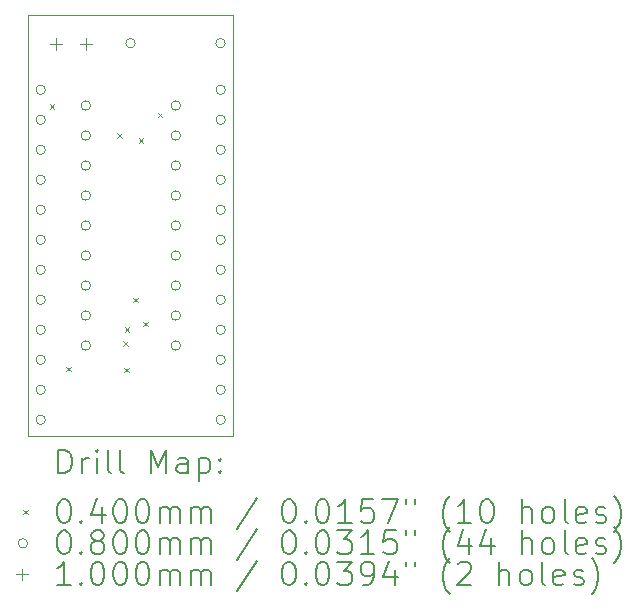
<source format=gbr>
%TF.GenerationSoftware,KiCad,Pcbnew,7.0.6*%
%TF.CreationDate,2023-09-04T21:12:19+01:00*%
%TF.ProjectId,TRSG3Mod,54525347-334d-46f6-942e-6b696361645f,rev?*%
%TF.SameCoordinates,Original*%
%TF.FileFunction,Drillmap*%
%TF.FilePolarity,Positive*%
%FSLAX45Y45*%
G04 Gerber Fmt 4.5, Leading zero omitted, Abs format (unit mm)*
G04 Created by KiCad (PCBNEW 7.0.6) date 2023-09-04 21:12:19*
%MOMM*%
%LPD*%
G01*
G04 APERTURE LIST*
%ADD10C,0.100000*%
%ADD11C,0.200000*%
%ADD12C,0.040000*%
%ADD13C,0.080000*%
G04 APERTURE END LIST*
D10*
X10691250Y-5037500D02*
X12427500Y-5037500D01*
X12427500Y-8602500D01*
X10691250Y-8602500D01*
X10691250Y-5037500D01*
D11*
D12*
X10872550Y-5795000D02*
X10912550Y-5835000D01*
X10912550Y-5795000D02*
X10872550Y-5835000D01*
X11010000Y-8015000D02*
X11050000Y-8055000D01*
X11050000Y-8015000D02*
X11010000Y-8055000D01*
X11445000Y-6040000D02*
X11485000Y-6080000D01*
X11485000Y-6040000D02*
X11445000Y-6080000D01*
X11495000Y-7802500D02*
X11535000Y-7842500D01*
X11535000Y-7802500D02*
X11495000Y-7842500D01*
X11502500Y-8025000D02*
X11542500Y-8065000D01*
X11542500Y-8025000D02*
X11502500Y-8065000D01*
X11507400Y-7682500D02*
X11547400Y-7722500D01*
X11547400Y-7682500D02*
X11507400Y-7722500D01*
X11579850Y-7430500D02*
X11619850Y-7470500D01*
X11619850Y-7430500D02*
X11579850Y-7470500D01*
X11627500Y-6080000D02*
X11667500Y-6120000D01*
X11667500Y-6080000D02*
X11627500Y-6120000D01*
X11662500Y-7635450D02*
X11702500Y-7675450D01*
X11702500Y-7635450D02*
X11662500Y-7675450D01*
X11786825Y-5865053D02*
X11826825Y-5905053D01*
X11826825Y-5865053D02*
X11786825Y-5905053D01*
D13*
X10837500Y-5672500D02*
G75*
G03*
X10837500Y-5672500I-40000J0D01*
G01*
X10837500Y-5926500D02*
G75*
G03*
X10837500Y-5926500I-40000J0D01*
G01*
X10837500Y-6180500D02*
G75*
G03*
X10837500Y-6180500I-40000J0D01*
G01*
X10837500Y-6434500D02*
G75*
G03*
X10837500Y-6434500I-40000J0D01*
G01*
X10837500Y-6688500D02*
G75*
G03*
X10837500Y-6688500I-40000J0D01*
G01*
X10837500Y-6942500D02*
G75*
G03*
X10837500Y-6942500I-40000J0D01*
G01*
X10837500Y-7196500D02*
G75*
G03*
X10837500Y-7196500I-40000J0D01*
G01*
X10837500Y-7450500D02*
G75*
G03*
X10837500Y-7450500I-40000J0D01*
G01*
X10837500Y-7704500D02*
G75*
G03*
X10837500Y-7704500I-40000J0D01*
G01*
X10837500Y-7958500D02*
G75*
G03*
X10837500Y-7958500I-40000J0D01*
G01*
X10837500Y-8212500D02*
G75*
G03*
X10837500Y-8212500I-40000J0D01*
G01*
X10837500Y-8466500D02*
G75*
G03*
X10837500Y-8466500I-40000J0D01*
G01*
X11219375Y-5805000D02*
G75*
G03*
X11219375Y-5805000I-40000J0D01*
G01*
X11219375Y-6059000D02*
G75*
G03*
X11219375Y-6059000I-40000J0D01*
G01*
X11219375Y-6313000D02*
G75*
G03*
X11219375Y-6313000I-40000J0D01*
G01*
X11219375Y-6567000D02*
G75*
G03*
X11219375Y-6567000I-40000J0D01*
G01*
X11219375Y-6821000D02*
G75*
G03*
X11219375Y-6821000I-40000J0D01*
G01*
X11219375Y-7075000D02*
G75*
G03*
X11219375Y-7075000I-40000J0D01*
G01*
X11219375Y-7329000D02*
G75*
G03*
X11219375Y-7329000I-40000J0D01*
G01*
X11219375Y-7583000D02*
G75*
G03*
X11219375Y-7583000I-40000J0D01*
G01*
X11219375Y-7837000D02*
G75*
G03*
X11219375Y-7837000I-40000J0D01*
G01*
X11597500Y-5277500D02*
G75*
G03*
X11597500Y-5277500I-40000J0D01*
G01*
X11981375Y-5805000D02*
G75*
G03*
X11981375Y-5805000I-40000J0D01*
G01*
X11981375Y-6059000D02*
G75*
G03*
X11981375Y-6059000I-40000J0D01*
G01*
X11981375Y-6313000D02*
G75*
G03*
X11981375Y-6313000I-40000J0D01*
G01*
X11981375Y-6567000D02*
G75*
G03*
X11981375Y-6567000I-40000J0D01*
G01*
X11981375Y-6821000D02*
G75*
G03*
X11981375Y-6821000I-40000J0D01*
G01*
X11981375Y-7075000D02*
G75*
G03*
X11981375Y-7075000I-40000J0D01*
G01*
X11981375Y-7329000D02*
G75*
G03*
X11981375Y-7329000I-40000J0D01*
G01*
X11981375Y-7583000D02*
G75*
G03*
X11981375Y-7583000I-40000J0D01*
G01*
X11981375Y-7837000D02*
G75*
G03*
X11981375Y-7837000I-40000J0D01*
G01*
X12359500Y-5277500D02*
G75*
G03*
X12359500Y-5277500I-40000J0D01*
G01*
X12361500Y-5672500D02*
G75*
G03*
X12361500Y-5672500I-40000J0D01*
G01*
X12361500Y-5926500D02*
G75*
G03*
X12361500Y-5926500I-40000J0D01*
G01*
X12361500Y-6180500D02*
G75*
G03*
X12361500Y-6180500I-40000J0D01*
G01*
X12361500Y-6434500D02*
G75*
G03*
X12361500Y-6434500I-40000J0D01*
G01*
X12361500Y-6688500D02*
G75*
G03*
X12361500Y-6688500I-40000J0D01*
G01*
X12361500Y-6942500D02*
G75*
G03*
X12361500Y-6942500I-40000J0D01*
G01*
X12361500Y-7196500D02*
G75*
G03*
X12361500Y-7196500I-40000J0D01*
G01*
X12361500Y-7450500D02*
G75*
G03*
X12361500Y-7450500I-40000J0D01*
G01*
X12361500Y-7704500D02*
G75*
G03*
X12361500Y-7704500I-40000J0D01*
G01*
X12361500Y-7958500D02*
G75*
G03*
X12361500Y-7958500I-40000J0D01*
G01*
X12361500Y-8212500D02*
G75*
G03*
X12361500Y-8212500I-40000J0D01*
G01*
X12361500Y-8466500D02*
G75*
G03*
X12361500Y-8466500I-40000J0D01*
G01*
D10*
X10928500Y-5232500D02*
X10928500Y-5332500D01*
X10878500Y-5282500D02*
X10978500Y-5282500D01*
X11182500Y-5232500D02*
X11182500Y-5332500D01*
X11132500Y-5282500D02*
X11232500Y-5282500D01*
D11*
X10947027Y-8918984D02*
X10947027Y-8718984D01*
X10947027Y-8718984D02*
X10994646Y-8718984D01*
X10994646Y-8718984D02*
X11023217Y-8728508D01*
X11023217Y-8728508D02*
X11042265Y-8747555D01*
X11042265Y-8747555D02*
X11051789Y-8766603D01*
X11051789Y-8766603D02*
X11061313Y-8804698D01*
X11061313Y-8804698D02*
X11061313Y-8833270D01*
X11061313Y-8833270D02*
X11051789Y-8871365D01*
X11051789Y-8871365D02*
X11042265Y-8890412D01*
X11042265Y-8890412D02*
X11023217Y-8909460D01*
X11023217Y-8909460D02*
X10994646Y-8918984D01*
X10994646Y-8918984D02*
X10947027Y-8918984D01*
X11147027Y-8918984D02*
X11147027Y-8785650D01*
X11147027Y-8823746D02*
X11156551Y-8804698D01*
X11156551Y-8804698D02*
X11166074Y-8795174D01*
X11166074Y-8795174D02*
X11185122Y-8785650D01*
X11185122Y-8785650D02*
X11204170Y-8785650D01*
X11270836Y-8918984D02*
X11270836Y-8785650D01*
X11270836Y-8718984D02*
X11261312Y-8728508D01*
X11261312Y-8728508D02*
X11270836Y-8738031D01*
X11270836Y-8738031D02*
X11280360Y-8728508D01*
X11280360Y-8728508D02*
X11270836Y-8718984D01*
X11270836Y-8718984D02*
X11270836Y-8738031D01*
X11394646Y-8918984D02*
X11375598Y-8909460D01*
X11375598Y-8909460D02*
X11366074Y-8890412D01*
X11366074Y-8890412D02*
X11366074Y-8718984D01*
X11499408Y-8918984D02*
X11480360Y-8909460D01*
X11480360Y-8909460D02*
X11470836Y-8890412D01*
X11470836Y-8890412D02*
X11470836Y-8718984D01*
X11727979Y-8918984D02*
X11727979Y-8718984D01*
X11727979Y-8718984D02*
X11794646Y-8861841D01*
X11794646Y-8861841D02*
X11861312Y-8718984D01*
X11861312Y-8718984D02*
X11861312Y-8918984D01*
X12042265Y-8918984D02*
X12042265Y-8814222D01*
X12042265Y-8814222D02*
X12032741Y-8795174D01*
X12032741Y-8795174D02*
X12013693Y-8785650D01*
X12013693Y-8785650D02*
X11975598Y-8785650D01*
X11975598Y-8785650D02*
X11956551Y-8795174D01*
X12042265Y-8909460D02*
X12023217Y-8918984D01*
X12023217Y-8918984D02*
X11975598Y-8918984D01*
X11975598Y-8918984D02*
X11956551Y-8909460D01*
X11956551Y-8909460D02*
X11947027Y-8890412D01*
X11947027Y-8890412D02*
X11947027Y-8871365D01*
X11947027Y-8871365D02*
X11956551Y-8852317D01*
X11956551Y-8852317D02*
X11975598Y-8842793D01*
X11975598Y-8842793D02*
X12023217Y-8842793D01*
X12023217Y-8842793D02*
X12042265Y-8833270D01*
X12137503Y-8785650D02*
X12137503Y-8985650D01*
X12137503Y-8795174D02*
X12156551Y-8785650D01*
X12156551Y-8785650D02*
X12194646Y-8785650D01*
X12194646Y-8785650D02*
X12213693Y-8795174D01*
X12213693Y-8795174D02*
X12223217Y-8804698D01*
X12223217Y-8804698D02*
X12232741Y-8823746D01*
X12232741Y-8823746D02*
X12232741Y-8880889D01*
X12232741Y-8880889D02*
X12223217Y-8899936D01*
X12223217Y-8899936D02*
X12213693Y-8909460D01*
X12213693Y-8909460D02*
X12194646Y-8918984D01*
X12194646Y-8918984D02*
X12156551Y-8918984D01*
X12156551Y-8918984D02*
X12137503Y-8909460D01*
X12318455Y-8899936D02*
X12327979Y-8909460D01*
X12327979Y-8909460D02*
X12318455Y-8918984D01*
X12318455Y-8918984D02*
X12308932Y-8909460D01*
X12308932Y-8909460D02*
X12318455Y-8899936D01*
X12318455Y-8899936D02*
X12318455Y-8918984D01*
X12318455Y-8795174D02*
X12327979Y-8804698D01*
X12327979Y-8804698D02*
X12318455Y-8814222D01*
X12318455Y-8814222D02*
X12308932Y-8804698D01*
X12308932Y-8804698D02*
X12318455Y-8795174D01*
X12318455Y-8795174D02*
X12318455Y-8814222D01*
D12*
X10646250Y-9227500D02*
X10686250Y-9267500D01*
X10686250Y-9227500D02*
X10646250Y-9267500D01*
D11*
X10985122Y-9138984D02*
X11004170Y-9138984D01*
X11004170Y-9138984D02*
X11023217Y-9148508D01*
X11023217Y-9148508D02*
X11032741Y-9158031D01*
X11032741Y-9158031D02*
X11042265Y-9177079D01*
X11042265Y-9177079D02*
X11051789Y-9215174D01*
X11051789Y-9215174D02*
X11051789Y-9262793D01*
X11051789Y-9262793D02*
X11042265Y-9300889D01*
X11042265Y-9300889D02*
X11032741Y-9319936D01*
X11032741Y-9319936D02*
X11023217Y-9329460D01*
X11023217Y-9329460D02*
X11004170Y-9338984D01*
X11004170Y-9338984D02*
X10985122Y-9338984D01*
X10985122Y-9338984D02*
X10966074Y-9329460D01*
X10966074Y-9329460D02*
X10956551Y-9319936D01*
X10956551Y-9319936D02*
X10947027Y-9300889D01*
X10947027Y-9300889D02*
X10937503Y-9262793D01*
X10937503Y-9262793D02*
X10937503Y-9215174D01*
X10937503Y-9215174D02*
X10947027Y-9177079D01*
X10947027Y-9177079D02*
X10956551Y-9158031D01*
X10956551Y-9158031D02*
X10966074Y-9148508D01*
X10966074Y-9148508D02*
X10985122Y-9138984D01*
X11137503Y-9319936D02*
X11147027Y-9329460D01*
X11147027Y-9329460D02*
X11137503Y-9338984D01*
X11137503Y-9338984D02*
X11127979Y-9329460D01*
X11127979Y-9329460D02*
X11137503Y-9319936D01*
X11137503Y-9319936D02*
X11137503Y-9338984D01*
X11318455Y-9205650D02*
X11318455Y-9338984D01*
X11270836Y-9129460D02*
X11223217Y-9272317D01*
X11223217Y-9272317D02*
X11347027Y-9272317D01*
X11461312Y-9138984D02*
X11480360Y-9138984D01*
X11480360Y-9138984D02*
X11499408Y-9148508D01*
X11499408Y-9148508D02*
X11508932Y-9158031D01*
X11508932Y-9158031D02*
X11518455Y-9177079D01*
X11518455Y-9177079D02*
X11527979Y-9215174D01*
X11527979Y-9215174D02*
X11527979Y-9262793D01*
X11527979Y-9262793D02*
X11518455Y-9300889D01*
X11518455Y-9300889D02*
X11508932Y-9319936D01*
X11508932Y-9319936D02*
X11499408Y-9329460D01*
X11499408Y-9329460D02*
X11480360Y-9338984D01*
X11480360Y-9338984D02*
X11461312Y-9338984D01*
X11461312Y-9338984D02*
X11442265Y-9329460D01*
X11442265Y-9329460D02*
X11432741Y-9319936D01*
X11432741Y-9319936D02*
X11423217Y-9300889D01*
X11423217Y-9300889D02*
X11413693Y-9262793D01*
X11413693Y-9262793D02*
X11413693Y-9215174D01*
X11413693Y-9215174D02*
X11423217Y-9177079D01*
X11423217Y-9177079D02*
X11432741Y-9158031D01*
X11432741Y-9158031D02*
X11442265Y-9148508D01*
X11442265Y-9148508D02*
X11461312Y-9138984D01*
X11651789Y-9138984D02*
X11670836Y-9138984D01*
X11670836Y-9138984D02*
X11689884Y-9148508D01*
X11689884Y-9148508D02*
X11699408Y-9158031D01*
X11699408Y-9158031D02*
X11708932Y-9177079D01*
X11708932Y-9177079D02*
X11718455Y-9215174D01*
X11718455Y-9215174D02*
X11718455Y-9262793D01*
X11718455Y-9262793D02*
X11708932Y-9300889D01*
X11708932Y-9300889D02*
X11699408Y-9319936D01*
X11699408Y-9319936D02*
X11689884Y-9329460D01*
X11689884Y-9329460D02*
X11670836Y-9338984D01*
X11670836Y-9338984D02*
X11651789Y-9338984D01*
X11651789Y-9338984D02*
X11632741Y-9329460D01*
X11632741Y-9329460D02*
X11623217Y-9319936D01*
X11623217Y-9319936D02*
X11613693Y-9300889D01*
X11613693Y-9300889D02*
X11604170Y-9262793D01*
X11604170Y-9262793D02*
X11604170Y-9215174D01*
X11604170Y-9215174D02*
X11613693Y-9177079D01*
X11613693Y-9177079D02*
X11623217Y-9158031D01*
X11623217Y-9158031D02*
X11632741Y-9148508D01*
X11632741Y-9148508D02*
X11651789Y-9138984D01*
X11804170Y-9338984D02*
X11804170Y-9205650D01*
X11804170Y-9224698D02*
X11813693Y-9215174D01*
X11813693Y-9215174D02*
X11832741Y-9205650D01*
X11832741Y-9205650D02*
X11861313Y-9205650D01*
X11861313Y-9205650D02*
X11880360Y-9215174D01*
X11880360Y-9215174D02*
X11889884Y-9234222D01*
X11889884Y-9234222D02*
X11889884Y-9338984D01*
X11889884Y-9234222D02*
X11899408Y-9215174D01*
X11899408Y-9215174D02*
X11918455Y-9205650D01*
X11918455Y-9205650D02*
X11947027Y-9205650D01*
X11947027Y-9205650D02*
X11966074Y-9215174D01*
X11966074Y-9215174D02*
X11975598Y-9234222D01*
X11975598Y-9234222D02*
X11975598Y-9338984D01*
X12070836Y-9338984D02*
X12070836Y-9205650D01*
X12070836Y-9224698D02*
X12080360Y-9215174D01*
X12080360Y-9215174D02*
X12099408Y-9205650D01*
X12099408Y-9205650D02*
X12127979Y-9205650D01*
X12127979Y-9205650D02*
X12147027Y-9215174D01*
X12147027Y-9215174D02*
X12156551Y-9234222D01*
X12156551Y-9234222D02*
X12156551Y-9338984D01*
X12156551Y-9234222D02*
X12166074Y-9215174D01*
X12166074Y-9215174D02*
X12185122Y-9205650D01*
X12185122Y-9205650D02*
X12213693Y-9205650D01*
X12213693Y-9205650D02*
X12232741Y-9215174D01*
X12232741Y-9215174D02*
X12242265Y-9234222D01*
X12242265Y-9234222D02*
X12242265Y-9338984D01*
X12632741Y-9129460D02*
X12461313Y-9386603D01*
X12889884Y-9138984D02*
X12908932Y-9138984D01*
X12908932Y-9138984D02*
X12927979Y-9148508D01*
X12927979Y-9148508D02*
X12937503Y-9158031D01*
X12937503Y-9158031D02*
X12947027Y-9177079D01*
X12947027Y-9177079D02*
X12956551Y-9215174D01*
X12956551Y-9215174D02*
X12956551Y-9262793D01*
X12956551Y-9262793D02*
X12947027Y-9300889D01*
X12947027Y-9300889D02*
X12937503Y-9319936D01*
X12937503Y-9319936D02*
X12927979Y-9329460D01*
X12927979Y-9329460D02*
X12908932Y-9338984D01*
X12908932Y-9338984D02*
X12889884Y-9338984D01*
X12889884Y-9338984D02*
X12870836Y-9329460D01*
X12870836Y-9329460D02*
X12861313Y-9319936D01*
X12861313Y-9319936D02*
X12851789Y-9300889D01*
X12851789Y-9300889D02*
X12842265Y-9262793D01*
X12842265Y-9262793D02*
X12842265Y-9215174D01*
X12842265Y-9215174D02*
X12851789Y-9177079D01*
X12851789Y-9177079D02*
X12861313Y-9158031D01*
X12861313Y-9158031D02*
X12870836Y-9148508D01*
X12870836Y-9148508D02*
X12889884Y-9138984D01*
X13042265Y-9319936D02*
X13051789Y-9329460D01*
X13051789Y-9329460D02*
X13042265Y-9338984D01*
X13042265Y-9338984D02*
X13032741Y-9329460D01*
X13032741Y-9329460D02*
X13042265Y-9319936D01*
X13042265Y-9319936D02*
X13042265Y-9338984D01*
X13175598Y-9138984D02*
X13194646Y-9138984D01*
X13194646Y-9138984D02*
X13213694Y-9148508D01*
X13213694Y-9148508D02*
X13223217Y-9158031D01*
X13223217Y-9158031D02*
X13232741Y-9177079D01*
X13232741Y-9177079D02*
X13242265Y-9215174D01*
X13242265Y-9215174D02*
X13242265Y-9262793D01*
X13242265Y-9262793D02*
X13232741Y-9300889D01*
X13232741Y-9300889D02*
X13223217Y-9319936D01*
X13223217Y-9319936D02*
X13213694Y-9329460D01*
X13213694Y-9329460D02*
X13194646Y-9338984D01*
X13194646Y-9338984D02*
X13175598Y-9338984D01*
X13175598Y-9338984D02*
X13156551Y-9329460D01*
X13156551Y-9329460D02*
X13147027Y-9319936D01*
X13147027Y-9319936D02*
X13137503Y-9300889D01*
X13137503Y-9300889D02*
X13127979Y-9262793D01*
X13127979Y-9262793D02*
X13127979Y-9215174D01*
X13127979Y-9215174D02*
X13137503Y-9177079D01*
X13137503Y-9177079D02*
X13147027Y-9158031D01*
X13147027Y-9158031D02*
X13156551Y-9148508D01*
X13156551Y-9148508D02*
X13175598Y-9138984D01*
X13432741Y-9338984D02*
X13318456Y-9338984D01*
X13375598Y-9338984D02*
X13375598Y-9138984D01*
X13375598Y-9138984D02*
X13356551Y-9167555D01*
X13356551Y-9167555D02*
X13337503Y-9186603D01*
X13337503Y-9186603D02*
X13318456Y-9196127D01*
X13613694Y-9138984D02*
X13518456Y-9138984D01*
X13518456Y-9138984D02*
X13508932Y-9234222D01*
X13508932Y-9234222D02*
X13518456Y-9224698D01*
X13518456Y-9224698D02*
X13537503Y-9215174D01*
X13537503Y-9215174D02*
X13585122Y-9215174D01*
X13585122Y-9215174D02*
X13604170Y-9224698D01*
X13604170Y-9224698D02*
X13613694Y-9234222D01*
X13613694Y-9234222D02*
X13623217Y-9253270D01*
X13623217Y-9253270D02*
X13623217Y-9300889D01*
X13623217Y-9300889D02*
X13613694Y-9319936D01*
X13613694Y-9319936D02*
X13604170Y-9329460D01*
X13604170Y-9329460D02*
X13585122Y-9338984D01*
X13585122Y-9338984D02*
X13537503Y-9338984D01*
X13537503Y-9338984D02*
X13518456Y-9329460D01*
X13518456Y-9329460D02*
X13508932Y-9319936D01*
X13689884Y-9138984D02*
X13823217Y-9138984D01*
X13823217Y-9138984D02*
X13737503Y-9338984D01*
X13889884Y-9138984D02*
X13889884Y-9177079D01*
X13966075Y-9138984D02*
X13966075Y-9177079D01*
X14261313Y-9415174D02*
X14251789Y-9405650D01*
X14251789Y-9405650D02*
X14232741Y-9377079D01*
X14232741Y-9377079D02*
X14223218Y-9358031D01*
X14223218Y-9358031D02*
X14213694Y-9329460D01*
X14213694Y-9329460D02*
X14204170Y-9281841D01*
X14204170Y-9281841D02*
X14204170Y-9243746D01*
X14204170Y-9243746D02*
X14213694Y-9196127D01*
X14213694Y-9196127D02*
X14223218Y-9167555D01*
X14223218Y-9167555D02*
X14232741Y-9148508D01*
X14232741Y-9148508D02*
X14251789Y-9119936D01*
X14251789Y-9119936D02*
X14261313Y-9110412D01*
X14442265Y-9338984D02*
X14327979Y-9338984D01*
X14385122Y-9338984D02*
X14385122Y-9138984D01*
X14385122Y-9138984D02*
X14366075Y-9167555D01*
X14366075Y-9167555D02*
X14347027Y-9186603D01*
X14347027Y-9186603D02*
X14327979Y-9196127D01*
X14566075Y-9138984D02*
X14585122Y-9138984D01*
X14585122Y-9138984D02*
X14604170Y-9148508D01*
X14604170Y-9148508D02*
X14613694Y-9158031D01*
X14613694Y-9158031D02*
X14623218Y-9177079D01*
X14623218Y-9177079D02*
X14632741Y-9215174D01*
X14632741Y-9215174D02*
X14632741Y-9262793D01*
X14632741Y-9262793D02*
X14623218Y-9300889D01*
X14623218Y-9300889D02*
X14613694Y-9319936D01*
X14613694Y-9319936D02*
X14604170Y-9329460D01*
X14604170Y-9329460D02*
X14585122Y-9338984D01*
X14585122Y-9338984D02*
X14566075Y-9338984D01*
X14566075Y-9338984D02*
X14547027Y-9329460D01*
X14547027Y-9329460D02*
X14537503Y-9319936D01*
X14537503Y-9319936D02*
X14527979Y-9300889D01*
X14527979Y-9300889D02*
X14518456Y-9262793D01*
X14518456Y-9262793D02*
X14518456Y-9215174D01*
X14518456Y-9215174D02*
X14527979Y-9177079D01*
X14527979Y-9177079D02*
X14537503Y-9158031D01*
X14537503Y-9158031D02*
X14547027Y-9148508D01*
X14547027Y-9148508D02*
X14566075Y-9138984D01*
X14870837Y-9338984D02*
X14870837Y-9138984D01*
X14956551Y-9338984D02*
X14956551Y-9234222D01*
X14956551Y-9234222D02*
X14947027Y-9215174D01*
X14947027Y-9215174D02*
X14927980Y-9205650D01*
X14927980Y-9205650D02*
X14899408Y-9205650D01*
X14899408Y-9205650D02*
X14880360Y-9215174D01*
X14880360Y-9215174D02*
X14870837Y-9224698D01*
X15080360Y-9338984D02*
X15061313Y-9329460D01*
X15061313Y-9329460D02*
X15051789Y-9319936D01*
X15051789Y-9319936D02*
X15042265Y-9300889D01*
X15042265Y-9300889D02*
X15042265Y-9243746D01*
X15042265Y-9243746D02*
X15051789Y-9224698D01*
X15051789Y-9224698D02*
X15061313Y-9215174D01*
X15061313Y-9215174D02*
X15080360Y-9205650D01*
X15080360Y-9205650D02*
X15108932Y-9205650D01*
X15108932Y-9205650D02*
X15127980Y-9215174D01*
X15127980Y-9215174D02*
X15137503Y-9224698D01*
X15137503Y-9224698D02*
X15147027Y-9243746D01*
X15147027Y-9243746D02*
X15147027Y-9300889D01*
X15147027Y-9300889D02*
X15137503Y-9319936D01*
X15137503Y-9319936D02*
X15127980Y-9329460D01*
X15127980Y-9329460D02*
X15108932Y-9338984D01*
X15108932Y-9338984D02*
X15080360Y-9338984D01*
X15261313Y-9338984D02*
X15242265Y-9329460D01*
X15242265Y-9329460D02*
X15232741Y-9310412D01*
X15232741Y-9310412D02*
X15232741Y-9138984D01*
X15413694Y-9329460D02*
X15394646Y-9338984D01*
X15394646Y-9338984D02*
X15356551Y-9338984D01*
X15356551Y-9338984D02*
X15337503Y-9329460D01*
X15337503Y-9329460D02*
X15327980Y-9310412D01*
X15327980Y-9310412D02*
X15327980Y-9234222D01*
X15327980Y-9234222D02*
X15337503Y-9215174D01*
X15337503Y-9215174D02*
X15356551Y-9205650D01*
X15356551Y-9205650D02*
X15394646Y-9205650D01*
X15394646Y-9205650D02*
X15413694Y-9215174D01*
X15413694Y-9215174D02*
X15423218Y-9234222D01*
X15423218Y-9234222D02*
X15423218Y-9253270D01*
X15423218Y-9253270D02*
X15327980Y-9272317D01*
X15499408Y-9329460D02*
X15518456Y-9338984D01*
X15518456Y-9338984D02*
X15556551Y-9338984D01*
X15556551Y-9338984D02*
X15575599Y-9329460D01*
X15575599Y-9329460D02*
X15585122Y-9310412D01*
X15585122Y-9310412D02*
X15585122Y-9300889D01*
X15585122Y-9300889D02*
X15575599Y-9281841D01*
X15575599Y-9281841D02*
X15556551Y-9272317D01*
X15556551Y-9272317D02*
X15527980Y-9272317D01*
X15527980Y-9272317D02*
X15508932Y-9262793D01*
X15508932Y-9262793D02*
X15499408Y-9243746D01*
X15499408Y-9243746D02*
X15499408Y-9234222D01*
X15499408Y-9234222D02*
X15508932Y-9215174D01*
X15508932Y-9215174D02*
X15527980Y-9205650D01*
X15527980Y-9205650D02*
X15556551Y-9205650D01*
X15556551Y-9205650D02*
X15575599Y-9215174D01*
X15651789Y-9415174D02*
X15661313Y-9405650D01*
X15661313Y-9405650D02*
X15680361Y-9377079D01*
X15680361Y-9377079D02*
X15689884Y-9358031D01*
X15689884Y-9358031D02*
X15699408Y-9329460D01*
X15699408Y-9329460D02*
X15708932Y-9281841D01*
X15708932Y-9281841D02*
X15708932Y-9243746D01*
X15708932Y-9243746D02*
X15699408Y-9196127D01*
X15699408Y-9196127D02*
X15689884Y-9167555D01*
X15689884Y-9167555D02*
X15680361Y-9148508D01*
X15680361Y-9148508D02*
X15661313Y-9119936D01*
X15661313Y-9119936D02*
X15651789Y-9110412D01*
D13*
X10686250Y-9511500D02*
G75*
G03*
X10686250Y-9511500I-40000J0D01*
G01*
D11*
X10985122Y-9402984D02*
X11004170Y-9402984D01*
X11004170Y-9402984D02*
X11023217Y-9412508D01*
X11023217Y-9412508D02*
X11032741Y-9422031D01*
X11032741Y-9422031D02*
X11042265Y-9441079D01*
X11042265Y-9441079D02*
X11051789Y-9479174D01*
X11051789Y-9479174D02*
X11051789Y-9526793D01*
X11051789Y-9526793D02*
X11042265Y-9564889D01*
X11042265Y-9564889D02*
X11032741Y-9583936D01*
X11032741Y-9583936D02*
X11023217Y-9593460D01*
X11023217Y-9593460D02*
X11004170Y-9602984D01*
X11004170Y-9602984D02*
X10985122Y-9602984D01*
X10985122Y-9602984D02*
X10966074Y-9593460D01*
X10966074Y-9593460D02*
X10956551Y-9583936D01*
X10956551Y-9583936D02*
X10947027Y-9564889D01*
X10947027Y-9564889D02*
X10937503Y-9526793D01*
X10937503Y-9526793D02*
X10937503Y-9479174D01*
X10937503Y-9479174D02*
X10947027Y-9441079D01*
X10947027Y-9441079D02*
X10956551Y-9422031D01*
X10956551Y-9422031D02*
X10966074Y-9412508D01*
X10966074Y-9412508D02*
X10985122Y-9402984D01*
X11137503Y-9583936D02*
X11147027Y-9593460D01*
X11147027Y-9593460D02*
X11137503Y-9602984D01*
X11137503Y-9602984D02*
X11127979Y-9593460D01*
X11127979Y-9593460D02*
X11137503Y-9583936D01*
X11137503Y-9583936D02*
X11137503Y-9602984D01*
X11261312Y-9488698D02*
X11242265Y-9479174D01*
X11242265Y-9479174D02*
X11232741Y-9469650D01*
X11232741Y-9469650D02*
X11223217Y-9450603D01*
X11223217Y-9450603D02*
X11223217Y-9441079D01*
X11223217Y-9441079D02*
X11232741Y-9422031D01*
X11232741Y-9422031D02*
X11242265Y-9412508D01*
X11242265Y-9412508D02*
X11261312Y-9402984D01*
X11261312Y-9402984D02*
X11299408Y-9402984D01*
X11299408Y-9402984D02*
X11318455Y-9412508D01*
X11318455Y-9412508D02*
X11327979Y-9422031D01*
X11327979Y-9422031D02*
X11337503Y-9441079D01*
X11337503Y-9441079D02*
X11337503Y-9450603D01*
X11337503Y-9450603D02*
X11327979Y-9469650D01*
X11327979Y-9469650D02*
X11318455Y-9479174D01*
X11318455Y-9479174D02*
X11299408Y-9488698D01*
X11299408Y-9488698D02*
X11261312Y-9488698D01*
X11261312Y-9488698D02*
X11242265Y-9498222D01*
X11242265Y-9498222D02*
X11232741Y-9507746D01*
X11232741Y-9507746D02*
X11223217Y-9526793D01*
X11223217Y-9526793D02*
X11223217Y-9564889D01*
X11223217Y-9564889D02*
X11232741Y-9583936D01*
X11232741Y-9583936D02*
X11242265Y-9593460D01*
X11242265Y-9593460D02*
X11261312Y-9602984D01*
X11261312Y-9602984D02*
X11299408Y-9602984D01*
X11299408Y-9602984D02*
X11318455Y-9593460D01*
X11318455Y-9593460D02*
X11327979Y-9583936D01*
X11327979Y-9583936D02*
X11337503Y-9564889D01*
X11337503Y-9564889D02*
X11337503Y-9526793D01*
X11337503Y-9526793D02*
X11327979Y-9507746D01*
X11327979Y-9507746D02*
X11318455Y-9498222D01*
X11318455Y-9498222D02*
X11299408Y-9488698D01*
X11461312Y-9402984D02*
X11480360Y-9402984D01*
X11480360Y-9402984D02*
X11499408Y-9412508D01*
X11499408Y-9412508D02*
X11508932Y-9422031D01*
X11508932Y-9422031D02*
X11518455Y-9441079D01*
X11518455Y-9441079D02*
X11527979Y-9479174D01*
X11527979Y-9479174D02*
X11527979Y-9526793D01*
X11527979Y-9526793D02*
X11518455Y-9564889D01*
X11518455Y-9564889D02*
X11508932Y-9583936D01*
X11508932Y-9583936D02*
X11499408Y-9593460D01*
X11499408Y-9593460D02*
X11480360Y-9602984D01*
X11480360Y-9602984D02*
X11461312Y-9602984D01*
X11461312Y-9602984D02*
X11442265Y-9593460D01*
X11442265Y-9593460D02*
X11432741Y-9583936D01*
X11432741Y-9583936D02*
X11423217Y-9564889D01*
X11423217Y-9564889D02*
X11413693Y-9526793D01*
X11413693Y-9526793D02*
X11413693Y-9479174D01*
X11413693Y-9479174D02*
X11423217Y-9441079D01*
X11423217Y-9441079D02*
X11432741Y-9422031D01*
X11432741Y-9422031D02*
X11442265Y-9412508D01*
X11442265Y-9412508D02*
X11461312Y-9402984D01*
X11651789Y-9402984D02*
X11670836Y-9402984D01*
X11670836Y-9402984D02*
X11689884Y-9412508D01*
X11689884Y-9412508D02*
X11699408Y-9422031D01*
X11699408Y-9422031D02*
X11708932Y-9441079D01*
X11708932Y-9441079D02*
X11718455Y-9479174D01*
X11718455Y-9479174D02*
X11718455Y-9526793D01*
X11718455Y-9526793D02*
X11708932Y-9564889D01*
X11708932Y-9564889D02*
X11699408Y-9583936D01*
X11699408Y-9583936D02*
X11689884Y-9593460D01*
X11689884Y-9593460D02*
X11670836Y-9602984D01*
X11670836Y-9602984D02*
X11651789Y-9602984D01*
X11651789Y-9602984D02*
X11632741Y-9593460D01*
X11632741Y-9593460D02*
X11623217Y-9583936D01*
X11623217Y-9583936D02*
X11613693Y-9564889D01*
X11613693Y-9564889D02*
X11604170Y-9526793D01*
X11604170Y-9526793D02*
X11604170Y-9479174D01*
X11604170Y-9479174D02*
X11613693Y-9441079D01*
X11613693Y-9441079D02*
X11623217Y-9422031D01*
X11623217Y-9422031D02*
X11632741Y-9412508D01*
X11632741Y-9412508D02*
X11651789Y-9402984D01*
X11804170Y-9602984D02*
X11804170Y-9469650D01*
X11804170Y-9488698D02*
X11813693Y-9479174D01*
X11813693Y-9479174D02*
X11832741Y-9469650D01*
X11832741Y-9469650D02*
X11861313Y-9469650D01*
X11861313Y-9469650D02*
X11880360Y-9479174D01*
X11880360Y-9479174D02*
X11889884Y-9498222D01*
X11889884Y-9498222D02*
X11889884Y-9602984D01*
X11889884Y-9498222D02*
X11899408Y-9479174D01*
X11899408Y-9479174D02*
X11918455Y-9469650D01*
X11918455Y-9469650D02*
X11947027Y-9469650D01*
X11947027Y-9469650D02*
X11966074Y-9479174D01*
X11966074Y-9479174D02*
X11975598Y-9498222D01*
X11975598Y-9498222D02*
X11975598Y-9602984D01*
X12070836Y-9602984D02*
X12070836Y-9469650D01*
X12070836Y-9488698D02*
X12080360Y-9479174D01*
X12080360Y-9479174D02*
X12099408Y-9469650D01*
X12099408Y-9469650D02*
X12127979Y-9469650D01*
X12127979Y-9469650D02*
X12147027Y-9479174D01*
X12147027Y-9479174D02*
X12156551Y-9498222D01*
X12156551Y-9498222D02*
X12156551Y-9602984D01*
X12156551Y-9498222D02*
X12166074Y-9479174D01*
X12166074Y-9479174D02*
X12185122Y-9469650D01*
X12185122Y-9469650D02*
X12213693Y-9469650D01*
X12213693Y-9469650D02*
X12232741Y-9479174D01*
X12232741Y-9479174D02*
X12242265Y-9498222D01*
X12242265Y-9498222D02*
X12242265Y-9602984D01*
X12632741Y-9393460D02*
X12461313Y-9650603D01*
X12889884Y-9402984D02*
X12908932Y-9402984D01*
X12908932Y-9402984D02*
X12927979Y-9412508D01*
X12927979Y-9412508D02*
X12937503Y-9422031D01*
X12937503Y-9422031D02*
X12947027Y-9441079D01*
X12947027Y-9441079D02*
X12956551Y-9479174D01*
X12956551Y-9479174D02*
X12956551Y-9526793D01*
X12956551Y-9526793D02*
X12947027Y-9564889D01*
X12947027Y-9564889D02*
X12937503Y-9583936D01*
X12937503Y-9583936D02*
X12927979Y-9593460D01*
X12927979Y-9593460D02*
X12908932Y-9602984D01*
X12908932Y-9602984D02*
X12889884Y-9602984D01*
X12889884Y-9602984D02*
X12870836Y-9593460D01*
X12870836Y-9593460D02*
X12861313Y-9583936D01*
X12861313Y-9583936D02*
X12851789Y-9564889D01*
X12851789Y-9564889D02*
X12842265Y-9526793D01*
X12842265Y-9526793D02*
X12842265Y-9479174D01*
X12842265Y-9479174D02*
X12851789Y-9441079D01*
X12851789Y-9441079D02*
X12861313Y-9422031D01*
X12861313Y-9422031D02*
X12870836Y-9412508D01*
X12870836Y-9412508D02*
X12889884Y-9402984D01*
X13042265Y-9583936D02*
X13051789Y-9593460D01*
X13051789Y-9593460D02*
X13042265Y-9602984D01*
X13042265Y-9602984D02*
X13032741Y-9593460D01*
X13032741Y-9593460D02*
X13042265Y-9583936D01*
X13042265Y-9583936D02*
X13042265Y-9602984D01*
X13175598Y-9402984D02*
X13194646Y-9402984D01*
X13194646Y-9402984D02*
X13213694Y-9412508D01*
X13213694Y-9412508D02*
X13223217Y-9422031D01*
X13223217Y-9422031D02*
X13232741Y-9441079D01*
X13232741Y-9441079D02*
X13242265Y-9479174D01*
X13242265Y-9479174D02*
X13242265Y-9526793D01*
X13242265Y-9526793D02*
X13232741Y-9564889D01*
X13232741Y-9564889D02*
X13223217Y-9583936D01*
X13223217Y-9583936D02*
X13213694Y-9593460D01*
X13213694Y-9593460D02*
X13194646Y-9602984D01*
X13194646Y-9602984D02*
X13175598Y-9602984D01*
X13175598Y-9602984D02*
X13156551Y-9593460D01*
X13156551Y-9593460D02*
X13147027Y-9583936D01*
X13147027Y-9583936D02*
X13137503Y-9564889D01*
X13137503Y-9564889D02*
X13127979Y-9526793D01*
X13127979Y-9526793D02*
X13127979Y-9479174D01*
X13127979Y-9479174D02*
X13137503Y-9441079D01*
X13137503Y-9441079D02*
X13147027Y-9422031D01*
X13147027Y-9422031D02*
X13156551Y-9412508D01*
X13156551Y-9412508D02*
X13175598Y-9402984D01*
X13308932Y-9402984D02*
X13432741Y-9402984D01*
X13432741Y-9402984D02*
X13366075Y-9479174D01*
X13366075Y-9479174D02*
X13394646Y-9479174D01*
X13394646Y-9479174D02*
X13413694Y-9488698D01*
X13413694Y-9488698D02*
X13423217Y-9498222D01*
X13423217Y-9498222D02*
X13432741Y-9517270D01*
X13432741Y-9517270D02*
X13432741Y-9564889D01*
X13432741Y-9564889D02*
X13423217Y-9583936D01*
X13423217Y-9583936D02*
X13413694Y-9593460D01*
X13413694Y-9593460D02*
X13394646Y-9602984D01*
X13394646Y-9602984D02*
X13337503Y-9602984D01*
X13337503Y-9602984D02*
X13318456Y-9593460D01*
X13318456Y-9593460D02*
X13308932Y-9583936D01*
X13623217Y-9602984D02*
X13508932Y-9602984D01*
X13566075Y-9602984D02*
X13566075Y-9402984D01*
X13566075Y-9402984D02*
X13547027Y-9431555D01*
X13547027Y-9431555D02*
X13527979Y-9450603D01*
X13527979Y-9450603D02*
X13508932Y-9460127D01*
X13804170Y-9402984D02*
X13708932Y-9402984D01*
X13708932Y-9402984D02*
X13699408Y-9498222D01*
X13699408Y-9498222D02*
X13708932Y-9488698D01*
X13708932Y-9488698D02*
X13727979Y-9479174D01*
X13727979Y-9479174D02*
X13775598Y-9479174D01*
X13775598Y-9479174D02*
X13794646Y-9488698D01*
X13794646Y-9488698D02*
X13804170Y-9498222D01*
X13804170Y-9498222D02*
X13813694Y-9517270D01*
X13813694Y-9517270D02*
X13813694Y-9564889D01*
X13813694Y-9564889D02*
X13804170Y-9583936D01*
X13804170Y-9583936D02*
X13794646Y-9593460D01*
X13794646Y-9593460D02*
X13775598Y-9602984D01*
X13775598Y-9602984D02*
X13727979Y-9602984D01*
X13727979Y-9602984D02*
X13708932Y-9593460D01*
X13708932Y-9593460D02*
X13699408Y-9583936D01*
X13889884Y-9402984D02*
X13889884Y-9441079D01*
X13966075Y-9402984D02*
X13966075Y-9441079D01*
X14261313Y-9679174D02*
X14251789Y-9669650D01*
X14251789Y-9669650D02*
X14232741Y-9641079D01*
X14232741Y-9641079D02*
X14223218Y-9622031D01*
X14223218Y-9622031D02*
X14213694Y-9593460D01*
X14213694Y-9593460D02*
X14204170Y-9545841D01*
X14204170Y-9545841D02*
X14204170Y-9507746D01*
X14204170Y-9507746D02*
X14213694Y-9460127D01*
X14213694Y-9460127D02*
X14223218Y-9431555D01*
X14223218Y-9431555D02*
X14232741Y-9412508D01*
X14232741Y-9412508D02*
X14251789Y-9383936D01*
X14251789Y-9383936D02*
X14261313Y-9374412D01*
X14423218Y-9469650D02*
X14423218Y-9602984D01*
X14375598Y-9393460D02*
X14327979Y-9536317D01*
X14327979Y-9536317D02*
X14451789Y-9536317D01*
X14613694Y-9469650D02*
X14613694Y-9602984D01*
X14566075Y-9393460D02*
X14518456Y-9536317D01*
X14518456Y-9536317D02*
X14642265Y-9536317D01*
X14870837Y-9602984D02*
X14870837Y-9402984D01*
X14956551Y-9602984D02*
X14956551Y-9498222D01*
X14956551Y-9498222D02*
X14947027Y-9479174D01*
X14947027Y-9479174D02*
X14927980Y-9469650D01*
X14927980Y-9469650D02*
X14899408Y-9469650D01*
X14899408Y-9469650D02*
X14880360Y-9479174D01*
X14880360Y-9479174D02*
X14870837Y-9488698D01*
X15080360Y-9602984D02*
X15061313Y-9593460D01*
X15061313Y-9593460D02*
X15051789Y-9583936D01*
X15051789Y-9583936D02*
X15042265Y-9564889D01*
X15042265Y-9564889D02*
X15042265Y-9507746D01*
X15042265Y-9507746D02*
X15051789Y-9488698D01*
X15051789Y-9488698D02*
X15061313Y-9479174D01*
X15061313Y-9479174D02*
X15080360Y-9469650D01*
X15080360Y-9469650D02*
X15108932Y-9469650D01*
X15108932Y-9469650D02*
X15127980Y-9479174D01*
X15127980Y-9479174D02*
X15137503Y-9488698D01*
X15137503Y-9488698D02*
X15147027Y-9507746D01*
X15147027Y-9507746D02*
X15147027Y-9564889D01*
X15147027Y-9564889D02*
X15137503Y-9583936D01*
X15137503Y-9583936D02*
X15127980Y-9593460D01*
X15127980Y-9593460D02*
X15108932Y-9602984D01*
X15108932Y-9602984D02*
X15080360Y-9602984D01*
X15261313Y-9602984D02*
X15242265Y-9593460D01*
X15242265Y-9593460D02*
X15232741Y-9574412D01*
X15232741Y-9574412D02*
X15232741Y-9402984D01*
X15413694Y-9593460D02*
X15394646Y-9602984D01*
X15394646Y-9602984D02*
X15356551Y-9602984D01*
X15356551Y-9602984D02*
X15337503Y-9593460D01*
X15337503Y-9593460D02*
X15327980Y-9574412D01*
X15327980Y-9574412D02*
X15327980Y-9498222D01*
X15327980Y-9498222D02*
X15337503Y-9479174D01*
X15337503Y-9479174D02*
X15356551Y-9469650D01*
X15356551Y-9469650D02*
X15394646Y-9469650D01*
X15394646Y-9469650D02*
X15413694Y-9479174D01*
X15413694Y-9479174D02*
X15423218Y-9498222D01*
X15423218Y-9498222D02*
X15423218Y-9517270D01*
X15423218Y-9517270D02*
X15327980Y-9536317D01*
X15499408Y-9593460D02*
X15518456Y-9602984D01*
X15518456Y-9602984D02*
X15556551Y-9602984D01*
X15556551Y-9602984D02*
X15575599Y-9593460D01*
X15575599Y-9593460D02*
X15585122Y-9574412D01*
X15585122Y-9574412D02*
X15585122Y-9564889D01*
X15585122Y-9564889D02*
X15575599Y-9545841D01*
X15575599Y-9545841D02*
X15556551Y-9536317D01*
X15556551Y-9536317D02*
X15527980Y-9536317D01*
X15527980Y-9536317D02*
X15508932Y-9526793D01*
X15508932Y-9526793D02*
X15499408Y-9507746D01*
X15499408Y-9507746D02*
X15499408Y-9498222D01*
X15499408Y-9498222D02*
X15508932Y-9479174D01*
X15508932Y-9479174D02*
X15527980Y-9469650D01*
X15527980Y-9469650D02*
X15556551Y-9469650D01*
X15556551Y-9469650D02*
X15575599Y-9479174D01*
X15651789Y-9679174D02*
X15661313Y-9669650D01*
X15661313Y-9669650D02*
X15680361Y-9641079D01*
X15680361Y-9641079D02*
X15689884Y-9622031D01*
X15689884Y-9622031D02*
X15699408Y-9593460D01*
X15699408Y-9593460D02*
X15708932Y-9545841D01*
X15708932Y-9545841D02*
X15708932Y-9507746D01*
X15708932Y-9507746D02*
X15699408Y-9460127D01*
X15699408Y-9460127D02*
X15689884Y-9431555D01*
X15689884Y-9431555D02*
X15680361Y-9412508D01*
X15680361Y-9412508D02*
X15661313Y-9383936D01*
X15661313Y-9383936D02*
X15651789Y-9374412D01*
D10*
X10636250Y-9725500D02*
X10636250Y-9825500D01*
X10586250Y-9775500D02*
X10686250Y-9775500D01*
D11*
X11051789Y-9866984D02*
X10937503Y-9866984D01*
X10994646Y-9866984D02*
X10994646Y-9666984D01*
X10994646Y-9666984D02*
X10975598Y-9695555D01*
X10975598Y-9695555D02*
X10956551Y-9714603D01*
X10956551Y-9714603D02*
X10937503Y-9724127D01*
X11137503Y-9847936D02*
X11147027Y-9857460D01*
X11147027Y-9857460D02*
X11137503Y-9866984D01*
X11137503Y-9866984D02*
X11127979Y-9857460D01*
X11127979Y-9857460D02*
X11137503Y-9847936D01*
X11137503Y-9847936D02*
X11137503Y-9866984D01*
X11270836Y-9666984D02*
X11289884Y-9666984D01*
X11289884Y-9666984D02*
X11308932Y-9676508D01*
X11308932Y-9676508D02*
X11318455Y-9686031D01*
X11318455Y-9686031D02*
X11327979Y-9705079D01*
X11327979Y-9705079D02*
X11337503Y-9743174D01*
X11337503Y-9743174D02*
X11337503Y-9790793D01*
X11337503Y-9790793D02*
X11327979Y-9828889D01*
X11327979Y-9828889D02*
X11318455Y-9847936D01*
X11318455Y-9847936D02*
X11308932Y-9857460D01*
X11308932Y-9857460D02*
X11289884Y-9866984D01*
X11289884Y-9866984D02*
X11270836Y-9866984D01*
X11270836Y-9866984D02*
X11251789Y-9857460D01*
X11251789Y-9857460D02*
X11242265Y-9847936D01*
X11242265Y-9847936D02*
X11232741Y-9828889D01*
X11232741Y-9828889D02*
X11223217Y-9790793D01*
X11223217Y-9790793D02*
X11223217Y-9743174D01*
X11223217Y-9743174D02*
X11232741Y-9705079D01*
X11232741Y-9705079D02*
X11242265Y-9686031D01*
X11242265Y-9686031D02*
X11251789Y-9676508D01*
X11251789Y-9676508D02*
X11270836Y-9666984D01*
X11461312Y-9666984D02*
X11480360Y-9666984D01*
X11480360Y-9666984D02*
X11499408Y-9676508D01*
X11499408Y-9676508D02*
X11508932Y-9686031D01*
X11508932Y-9686031D02*
X11518455Y-9705079D01*
X11518455Y-9705079D02*
X11527979Y-9743174D01*
X11527979Y-9743174D02*
X11527979Y-9790793D01*
X11527979Y-9790793D02*
X11518455Y-9828889D01*
X11518455Y-9828889D02*
X11508932Y-9847936D01*
X11508932Y-9847936D02*
X11499408Y-9857460D01*
X11499408Y-9857460D02*
X11480360Y-9866984D01*
X11480360Y-9866984D02*
X11461312Y-9866984D01*
X11461312Y-9866984D02*
X11442265Y-9857460D01*
X11442265Y-9857460D02*
X11432741Y-9847936D01*
X11432741Y-9847936D02*
X11423217Y-9828889D01*
X11423217Y-9828889D02*
X11413693Y-9790793D01*
X11413693Y-9790793D02*
X11413693Y-9743174D01*
X11413693Y-9743174D02*
X11423217Y-9705079D01*
X11423217Y-9705079D02*
X11432741Y-9686031D01*
X11432741Y-9686031D02*
X11442265Y-9676508D01*
X11442265Y-9676508D02*
X11461312Y-9666984D01*
X11651789Y-9666984D02*
X11670836Y-9666984D01*
X11670836Y-9666984D02*
X11689884Y-9676508D01*
X11689884Y-9676508D02*
X11699408Y-9686031D01*
X11699408Y-9686031D02*
X11708932Y-9705079D01*
X11708932Y-9705079D02*
X11718455Y-9743174D01*
X11718455Y-9743174D02*
X11718455Y-9790793D01*
X11718455Y-9790793D02*
X11708932Y-9828889D01*
X11708932Y-9828889D02*
X11699408Y-9847936D01*
X11699408Y-9847936D02*
X11689884Y-9857460D01*
X11689884Y-9857460D02*
X11670836Y-9866984D01*
X11670836Y-9866984D02*
X11651789Y-9866984D01*
X11651789Y-9866984D02*
X11632741Y-9857460D01*
X11632741Y-9857460D02*
X11623217Y-9847936D01*
X11623217Y-9847936D02*
X11613693Y-9828889D01*
X11613693Y-9828889D02*
X11604170Y-9790793D01*
X11604170Y-9790793D02*
X11604170Y-9743174D01*
X11604170Y-9743174D02*
X11613693Y-9705079D01*
X11613693Y-9705079D02*
X11623217Y-9686031D01*
X11623217Y-9686031D02*
X11632741Y-9676508D01*
X11632741Y-9676508D02*
X11651789Y-9666984D01*
X11804170Y-9866984D02*
X11804170Y-9733650D01*
X11804170Y-9752698D02*
X11813693Y-9743174D01*
X11813693Y-9743174D02*
X11832741Y-9733650D01*
X11832741Y-9733650D02*
X11861313Y-9733650D01*
X11861313Y-9733650D02*
X11880360Y-9743174D01*
X11880360Y-9743174D02*
X11889884Y-9762222D01*
X11889884Y-9762222D02*
X11889884Y-9866984D01*
X11889884Y-9762222D02*
X11899408Y-9743174D01*
X11899408Y-9743174D02*
X11918455Y-9733650D01*
X11918455Y-9733650D02*
X11947027Y-9733650D01*
X11947027Y-9733650D02*
X11966074Y-9743174D01*
X11966074Y-9743174D02*
X11975598Y-9762222D01*
X11975598Y-9762222D02*
X11975598Y-9866984D01*
X12070836Y-9866984D02*
X12070836Y-9733650D01*
X12070836Y-9752698D02*
X12080360Y-9743174D01*
X12080360Y-9743174D02*
X12099408Y-9733650D01*
X12099408Y-9733650D02*
X12127979Y-9733650D01*
X12127979Y-9733650D02*
X12147027Y-9743174D01*
X12147027Y-9743174D02*
X12156551Y-9762222D01*
X12156551Y-9762222D02*
X12156551Y-9866984D01*
X12156551Y-9762222D02*
X12166074Y-9743174D01*
X12166074Y-9743174D02*
X12185122Y-9733650D01*
X12185122Y-9733650D02*
X12213693Y-9733650D01*
X12213693Y-9733650D02*
X12232741Y-9743174D01*
X12232741Y-9743174D02*
X12242265Y-9762222D01*
X12242265Y-9762222D02*
X12242265Y-9866984D01*
X12632741Y-9657460D02*
X12461313Y-9914603D01*
X12889884Y-9666984D02*
X12908932Y-9666984D01*
X12908932Y-9666984D02*
X12927979Y-9676508D01*
X12927979Y-9676508D02*
X12937503Y-9686031D01*
X12937503Y-9686031D02*
X12947027Y-9705079D01*
X12947027Y-9705079D02*
X12956551Y-9743174D01*
X12956551Y-9743174D02*
X12956551Y-9790793D01*
X12956551Y-9790793D02*
X12947027Y-9828889D01*
X12947027Y-9828889D02*
X12937503Y-9847936D01*
X12937503Y-9847936D02*
X12927979Y-9857460D01*
X12927979Y-9857460D02*
X12908932Y-9866984D01*
X12908932Y-9866984D02*
X12889884Y-9866984D01*
X12889884Y-9866984D02*
X12870836Y-9857460D01*
X12870836Y-9857460D02*
X12861313Y-9847936D01*
X12861313Y-9847936D02*
X12851789Y-9828889D01*
X12851789Y-9828889D02*
X12842265Y-9790793D01*
X12842265Y-9790793D02*
X12842265Y-9743174D01*
X12842265Y-9743174D02*
X12851789Y-9705079D01*
X12851789Y-9705079D02*
X12861313Y-9686031D01*
X12861313Y-9686031D02*
X12870836Y-9676508D01*
X12870836Y-9676508D02*
X12889884Y-9666984D01*
X13042265Y-9847936D02*
X13051789Y-9857460D01*
X13051789Y-9857460D02*
X13042265Y-9866984D01*
X13042265Y-9866984D02*
X13032741Y-9857460D01*
X13032741Y-9857460D02*
X13042265Y-9847936D01*
X13042265Y-9847936D02*
X13042265Y-9866984D01*
X13175598Y-9666984D02*
X13194646Y-9666984D01*
X13194646Y-9666984D02*
X13213694Y-9676508D01*
X13213694Y-9676508D02*
X13223217Y-9686031D01*
X13223217Y-9686031D02*
X13232741Y-9705079D01*
X13232741Y-9705079D02*
X13242265Y-9743174D01*
X13242265Y-9743174D02*
X13242265Y-9790793D01*
X13242265Y-9790793D02*
X13232741Y-9828889D01*
X13232741Y-9828889D02*
X13223217Y-9847936D01*
X13223217Y-9847936D02*
X13213694Y-9857460D01*
X13213694Y-9857460D02*
X13194646Y-9866984D01*
X13194646Y-9866984D02*
X13175598Y-9866984D01*
X13175598Y-9866984D02*
X13156551Y-9857460D01*
X13156551Y-9857460D02*
X13147027Y-9847936D01*
X13147027Y-9847936D02*
X13137503Y-9828889D01*
X13137503Y-9828889D02*
X13127979Y-9790793D01*
X13127979Y-9790793D02*
X13127979Y-9743174D01*
X13127979Y-9743174D02*
X13137503Y-9705079D01*
X13137503Y-9705079D02*
X13147027Y-9686031D01*
X13147027Y-9686031D02*
X13156551Y-9676508D01*
X13156551Y-9676508D02*
X13175598Y-9666984D01*
X13308932Y-9666984D02*
X13432741Y-9666984D01*
X13432741Y-9666984D02*
X13366075Y-9743174D01*
X13366075Y-9743174D02*
X13394646Y-9743174D01*
X13394646Y-9743174D02*
X13413694Y-9752698D01*
X13413694Y-9752698D02*
X13423217Y-9762222D01*
X13423217Y-9762222D02*
X13432741Y-9781270D01*
X13432741Y-9781270D02*
X13432741Y-9828889D01*
X13432741Y-9828889D02*
X13423217Y-9847936D01*
X13423217Y-9847936D02*
X13413694Y-9857460D01*
X13413694Y-9857460D02*
X13394646Y-9866984D01*
X13394646Y-9866984D02*
X13337503Y-9866984D01*
X13337503Y-9866984D02*
X13318456Y-9857460D01*
X13318456Y-9857460D02*
X13308932Y-9847936D01*
X13527979Y-9866984D02*
X13566075Y-9866984D01*
X13566075Y-9866984D02*
X13585122Y-9857460D01*
X13585122Y-9857460D02*
X13594646Y-9847936D01*
X13594646Y-9847936D02*
X13613694Y-9819365D01*
X13613694Y-9819365D02*
X13623217Y-9781270D01*
X13623217Y-9781270D02*
X13623217Y-9705079D01*
X13623217Y-9705079D02*
X13613694Y-9686031D01*
X13613694Y-9686031D02*
X13604170Y-9676508D01*
X13604170Y-9676508D02*
X13585122Y-9666984D01*
X13585122Y-9666984D02*
X13547027Y-9666984D01*
X13547027Y-9666984D02*
X13527979Y-9676508D01*
X13527979Y-9676508D02*
X13518456Y-9686031D01*
X13518456Y-9686031D02*
X13508932Y-9705079D01*
X13508932Y-9705079D02*
X13508932Y-9752698D01*
X13508932Y-9752698D02*
X13518456Y-9771746D01*
X13518456Y-9771746D02*
X13527979Y-9781270D01*
X13527979Y-9781270D02*
X13547027Y-9790793D01*
X13547027Y-9790793D02*
X13585122Y-9790793D01*
X13585122Y-9790793D02*
X13604170Y-9781270D01*
X13604170Y-9781270D02*
X13613694Y-9771746D01*
X13613694Y-9771746D02*
X13623217Y-9752698D01*
X13794646Y-9733650D02*
X13794646Y-9866984D01*
X13747027Y-9657460D02*
X13699408Y-9800317D01*
X13699408Y-9800317D02*
X13823217Y-9800317D01*
X13889884Y-9666984D02*
X13889884Y-9705079D01*
X13966075Y-9666984D02*
X13966075Y-9705079D01*
X14261313Y-9943174D02*
X14251789Y-9933650D01*
X14251789Y-9933650D02*
X14232741Y-9905079D01*
X14232741Y-9905079D02*
X14223218Y-9886031D01*
X14223218Y-9886031D02*
X14213694Y-9857460D01*
X14213694Y-9857460D02*
X14204170Y-9809841D01*
X14204170Y-9809841D02*
X14204170Y-9771746D01*
X14204170Y-9771746D02*
X14213694Y-9724127D01*
X14213694Y-9724127D02*
X14223218Y-9695555D01*
X14223218Y-9695555D02*
X14232741Y-9676508D01*
X14232741Y-9676508D02*
X14251789Y-9647936D01*
X14251789Y-9647936D02*
X14261313Y-9638412D01*
X14327979Y-9686031D02*
X14337503Y-9676508D01*
X14337503Y-9676508D02*
X14356551Y-9666984D01*
X14356551Y-9666984D02*
X14404170Y-9666984D01*
X14404170Y-9666984D02*
X14423218Y-9676508D01*
X14423218Y-9676508D02*
X14432741Y-9686031D01*
X14432741Y-9686031D02*
X14442265Y-9705079D01*
X14442265Y-9705079D02*
X14442265Y-9724127D01*
X14442265Y-9724127D02*
X14432741Y-9752698D01*
X14432741Y-9752698D02*
X14318456Y-9866984D01*
X14318456Y-9866984D02*
X14442265Y-9866984D01*
X14680360Y-9866984D02*
X14680360Y-9666984D01*
X14766075Y-9866984D02*
X14766075Y-9762222D01*
X14766075Y-9762222D02*
X14756551Y-9743174D01*
X14756551Y-9743174D02*
X14737503Y-9733650D01*
X14737503Y-9733650D02*
X14708932Y-9733650D01*
X14708932Y-9733650D02*
X14689884Y-9743174D01*
X14689884Y-9743174D02*
X14680360Y-9752698D01*
X14889884Y-9866984D02*
X14870837Y-9857460D01*
X14870837Y-9857460D02*
X14861313Y-9847936D01*
X14861313Y-9847936D02*
X14851789Y-9828889D01*
X14851789Y-9828889D02*
X14851789Y-9771746D01*
X14851789Y-9771746D02*
X14861313Y-9752698D01*
X14861313Y-9752698D02*
X14870837Y-9743174D01*
X14870837Y-9743174D02*
X14889884Y-9733650D01*
X14889884Y-9733650D02*
X14918456Y-9733650D01*
X14918456Y-9733650D02*
X14937503Y-9743174D01*
X14937503Y-9743174D02*
X14947027Y-9752698D01*
X14947027Y-9752698D02*
X14956551Y-9771746D01*
X14956551Y-9771746D02*
X14956551Y-9828889D01*
X14956551Y-9828889D02*
X14947027Y-9847936D01*
X14947027Y-9847936D02*
X14937503Y-9857460D01*
X14937503Y-9857460D02*
X14918456Y-9866984D01*
X14918456Y-9866984D02*
X14889884Y-9866984D01*
X15070837Y-9866984D02*
X15051789Y-9857460D01*
X15051789Y-9857460D02*
X15042265Y-9838412D01*
X15042265Y-9838412D02*
X15042265Y-9666984D01*
X15223218Y-9857460D02*
X15204170Y-9866984D01*
X15204170Y-9866984D02*
X15166075Y-9866984D01*
X15166075Y-9866984D02*
X15147027Y-9857460D01*
X15147027Y-9857460D02*
X15137503Y-9838412D01*
X15137503Y-9838412D02*
X15137503Y-9762222D01*
X15137503Y-9762222D02*
X15147027Y-9743174D01*
X15147027Y-9743174D02*
X15166075Y-9733650D01*
X15166075Y-9733650D02*
X15204170Y-9733650D01*
X15204170Y-9733650D02*
X15223218Y-9743174D01*
X15223218Y-9743174D02*
X15232741Y-9762222D01*
X15232741Y-9762222D02*
X15232741Y-9781270D01*
X15232741Y-9781270D02*
X15137503Y-9800317D01*
X15308932Y-9857460D02*
X15327980Y-9866984D01*
X15327980Y-9866984D02*
X15366075Y-9866984D01*
X15366075Y-9866984D02*
X15385122Y-9857460D01*
X15385122Y-9857460D02*
X15394646Y-9838412D01*
X15394646Y-9838412D02*
X15394646Y-9828889D01*
X15394646Y-9828889D02*
X15385122Y-9809841D01*
X15385122Y-9809841D02*
X15366075Y-9800317D01*
X15366075Y-9800317D02*
X15337503Y-9800317D01*
X15337503Y-9800317D02*
X15318456Y-9790793D01*
X15318456Y-9790793D02*
X15308932Y-9771746D01*
X15308932Y-9771746D02*
X15308932Y-9762222D01*
X15308932Y-9762222D02*
X15318456Y-9743174D01*
X15318456Y-9743174D02*
X15337503Y-9733650D01*
X15337503Y-9733650D02*
X15366075Y-9733650D01*
X15366075Y-9733650D02*
X15385122Y-9743174D01*
X15461313Y-9943174D02*
X15470837Y-9933650D01*
X15470837Y-9933650D02*
X15489884Y-9905079D01*
X15489884Y-9905079D02*
X15499408Y-9886031D01*
X15499408Y-9886031D02*
X15508932Y-9857460D01*
X15508932Y-9857460D02*
X15518456Y-9809841D01*
X15518456Y-9809841D02*
X15518456Y-9771746D01*
X15518456Y-9771746D02*
X15508932Y-9724127D01*
X15508932Y-9724127D02*
X15499408Y-9695555D01*
X15499408Y-9695555D02*
X15489884Y-9676508D01*
X15489884Y-9676508D02*
X15470837Y-9647936D01*
X15470837Y-9647936D02*
X15461313Y-9638412D01*
M02*

</source>
